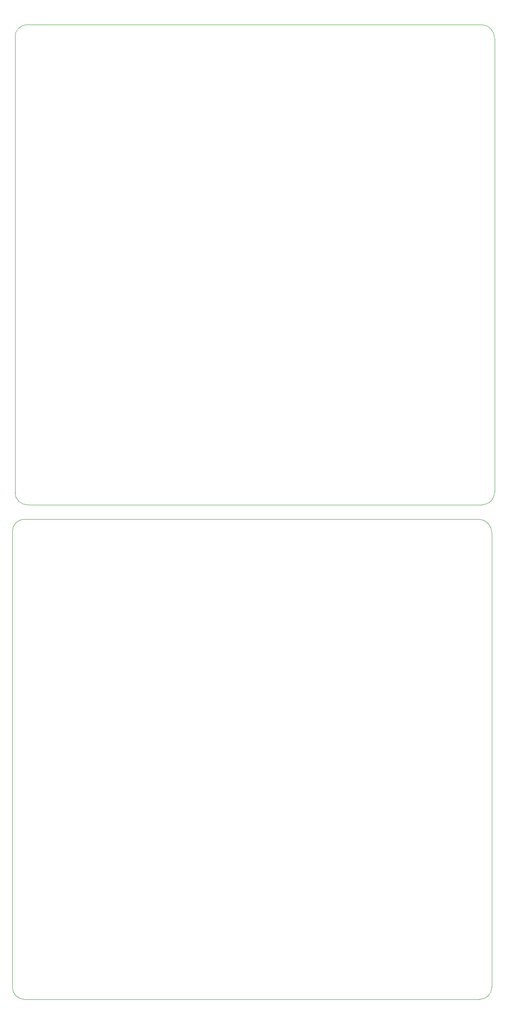
<source format=gbr>
%TF.GenerationSoftware,KiCad,Pcbnew,6.0.7-f9a2dced07~116~ubuntu20.04.1*%
%TF.CreationDate,2022-11-23T13:07:14+01:00*%
%TF.ProjectId,board,626f6172-642e-46b6-9963-61645f706362,rev?*%
%TF.SameCoordinates,Original*%
%TF.FileFunction,Profile,NP*%
%FSLAX46Y46*%
G04 Gerber Fmt 4.6, Leading zero omitted, Abs format (unit mm)*
G04 Created by KiCad (PCBNEW 6.0.7-f9a2dced07~116~ubuntu20.04.1) date 2022-11-23 13:07:14*
%MOMM*%
%LPD*%
G01*
G04 APERTURE LIST*
%TA.AperFunction,Profile*%
%ADD10C,0.100000*%
%TD*%
G04 APERTURE END LIST*
D10*
X260910000Y-25986000D02*
G75*
G03*
X258370000Y-28526000I0J-2540000D01*
G01*
X354890000Y-125046000D02*
X260910000Y-125046000D01*
X260910000Y-25986000D02*
X354636000Y-25986000D01*
X354890000Y-125046000D02*
G75*
G03*
X357430000Y-122506000I0J2540000D01*
G01*
X357430000Y-28780000D02*
X357430000Y-122506000D01*
X357430000Y-28780000D02*
G75*
G03*
X354636000Y-25986000I-2794000J0D01*
G01*
X260350000Y-128016000D02*
X354076000Y-128016000D01*
X258370000Y-122506000D02*
G75*
G03*
X260910000Y-125046000I2540000J0D01*
G01*
X354330000Y-227076000D02*
G75*
G03*
X356870000Y-224536000I-1J2540001D01*
G01*
X354330000Y-227076000D02*
X260350000Y-227076000D01*
X258370000Y-122506000D02*
X258370000Y-28526000D01*
X257810000Y-224536000D02*
X257810000Y-130556000D01*
X257810000Y-224536000D02*
G75*
G03*
X260350000Y-227076000I2540001J1D01*
G01*
X260350000Y-128016000D02*
G75*
G03*
X257810000Y-130556000I1J-2540001D01*
G01*
X356870000Y-130810000D02*
X356870000Y-224536000D01*
X356870000Y-130810000D02*
G75*
G03*
X354076000Y-128016000I-2794001J-1D01*
G01*
M02*

</source>
